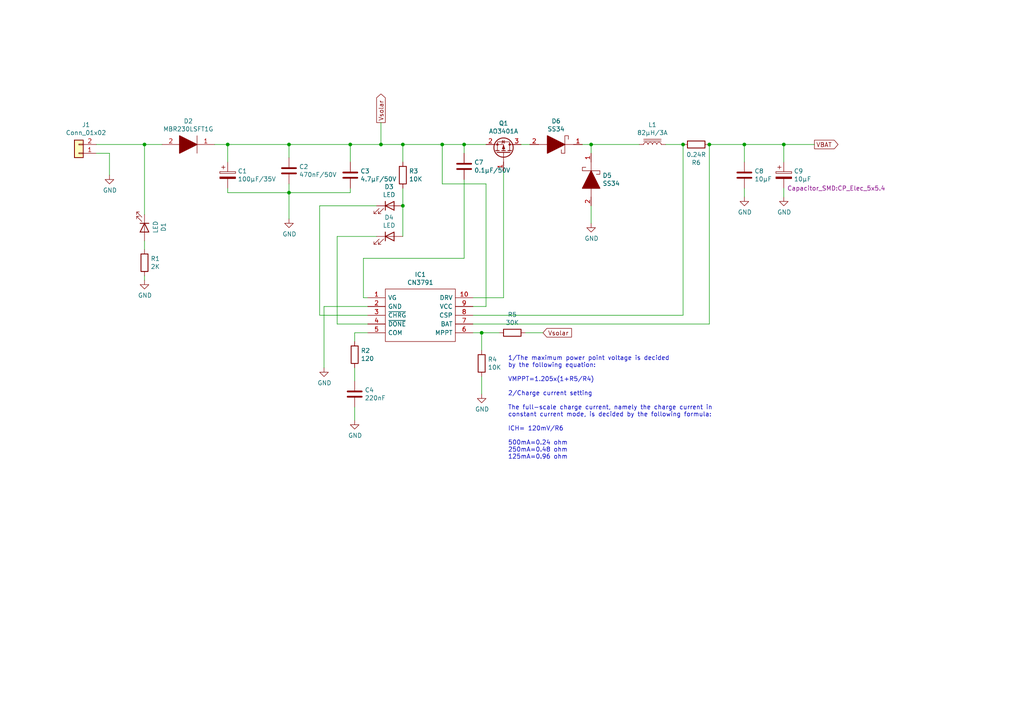
<source format=kicad_sch>
(kicad_sch (version 20211123) (generator eeschema)
  (paper "A4")
  (title_block (title "Open_beehive_scale_board") (date "2022-05-16") (rev "V0.1") (company "Ratamuse"))
  (lib_symbols
    (symbol "CN3791:CN3791" (pin_names (offset 0.762))
      (property "Reference" "IC" (at 26.67 7.62 0))
      (property "Value" "CN3791" (at 26.67 5.08 0))
      (symbol "CN3791_0_0"
        (pin passive line (at 0 0 0) (length 5.08) (name "VG") (number "1"))
        (pin passive line (at 30.48 0 180) (length 5.08) (name "DRV") (number "10"))
        (pin passive line (at 0 -2.54 0) (length 5.08) (name "GND") (number "2"))
        (pin passive line (at 0 -5.08 0) (length 5.08) (name "~{CHRG}") (number "3"))
        (pin passive line (at 0 -7.62 0) (length 5.08) (name "~{DONE}") (number "4"))
        (pin passive line (at 0 -10.16 0) (length 5.08) (name "COM") (number "5"))
        (pin passive line (at 30.48 -10.16 180) (length 5.08) (name "MPPT") (number "6"))
        (pin passive line (at 30.48 -7.62 180) (length 5.08) (name "BAT") (number "7"))
        (pin passive line (at 30.48 -5.08 180) (length 5.08) (name "CSP") (number "8"))
        (pin passive line (at 30.48 -2.54 180) (length 5.08) (name "VCC") (number "9"))
      )
      (symbol "CN3791_0_1"
        (polyline (pts (xy 5.08 2.54) (xy 25.4 2.54) (xy 25.4 -12.7) (xy 5.08 -12.7) (xy 5.08 2.54)) (stroke (width 0.1524)))
      )
    )
    (symbol "Connector_Generic:Conn_01x02" (pin_names (offset 1.016) hide)
      (property "Reference" "J" (at 0 2.54 0))
      (property "Value" "Conn_01x02" (at 0 -5.08 0))
      (symbol "Conn_01x02_1_1"
        (rectangle (start -1.27 -2.413) (end 0 -2.667) (stroke (width 0.1524)))
        (rectangle (start -1.27 0.127) (end 0 -0.127) (stroke (width 0.1524)))
        (rectangle (start -1.27 1.27) (end 1.27 -3.81) (stroke (width 0.254)) (fill (type background)))
        (pin passive line (at -5.08 0 0) (length 3.81) (name "Pin_1") (number "1"))
        (pin passive line (at -5.08 -2.54 0) (length 3.81) (name "Pin_2") (number "2"))
      )
    )
    (symbol "Device:C" (pin_numbers hide) (pin_names (offset 0.254))
      (property "Reference" "C" (at 0.635 2.54 0))
      (property "Value" "C" (at 0.635 -2.54 0))
      (symbol "C_0_1"
        (polyline (pts (xy -2.032 -0.762) (xy 2.032 -0.762)) (stroke (width 0.508)))
        (polyline (pts (xy -2.032 0.762) (xy 2.032 0.762)) (stroke (width 0.508)))
      )
      (symbol "C_1_1"
        (pin passive line (at 0 3.81 270) (length 2.794) (name "~") (number "1"))
        (pin passive line (at 0 -3.81 90) (length 2.794) (name "~") (number "2"))
      )
    )
    (symbol "Device:LED" (pin_numbers hide) (pin_names (offset 1.016) hide)
      (property "Reference" "D" (at 0 2.54 0))
      (property "Value" "LED" (at 0 -2.54 0))
      (symbol "LED_0_1"
        (polyline (pts (xy -1.27 -1.27) (xy -1.27 1.27)) (stroke (width 0.254)))
        (polyline (pts (xy -1.27 0) (xy 1.27 0)))
        (polyline (pts (xy 1.27 -1.27) (xy 1.27 1.27) (xy -1.27 0) (xy 1.27 -1.27)) (stroke (width 0.254)))
        (polyline (pts (xy -3.048 -0.762) (xy -4.572 -2.286) (xy -3.81 -2.286) (xy -4.572 -2.286) (xy -4.572 -1.524)))
        (polyline (pts (xy -1.778 -0.762) (xy -3.302 -2.286) (xy -2.54 -2.286) (xy -3.302 -2.286) (xy -3.302 -1.524)))
      )
      (symbol "LED_1_1"
        (pin passive line (at -3.81 0 0) (length 2.54) (name "K") (number "1"))
        (pin passive line (at 3.81 0 180) (length 2.54) (name "A") (number "2"))
      )
    )
    (symbol "Device:R" (pin_numbers hide) (pin_names (offset 0))
      (property "Reference" "R" (at 2.032 0 90))
      (property "Value" "R" (at 0 0 90))
      (symbol "R_0_1"
        (rectangle (start -1.016 -2.54) (end 1.016 2.54) (stroke (width 0.254)))
      )
      (symbol "R_1_1"
        (pin passive line (at 0 3.81 270) (length 1.27) (name "~") (number "1"))
        (pin passive line (at 0 -3.81 90) (length 1.27) (name "~") (number "2"))
      )
    )
    (symbol "MBR230LSFT1G:MBR230LSFT1G" (pin_names (offset 0.762))
      (property "Reference" "D" (at 11.43 5.08 0))
      (property "Value" "MBR230LSFT1G" (at 11.43 2.54 0))
      (symbol "MBR230LSFT1G_0_0"
        (pin passive line (at 0 0 0) (length 5.08) (name "~") (number "1"))
        (pin passive line (at 15.24 0 180) (length 5.08) (name "~") (number "2"))
      )
      (symbol "MBR230LSFT1G_0_1"
        (polyline (pts (xy 5.08 2.54) (xy 5.08 -2.54)) (stroke (width 0.1524)))
        (polyline (pts (xy 5.08 0) (xy 10.16 2.54) (xy 10.16 -2.54) (xy 5.08 0)) (stroke (width 0.254)) (fill (type outline)))
      )
    )
    (symbol "SS34:SS34" (pin_names (offset 0.762))
      (property "Reference" "D" (at 12.7 8.89 0))
      (property "Value" "SS34" (at 12.7 6.35 0))
      (symbol "SS34_0_0"
        (pin passive line (at 2.54 0 0) (length 2.54) (name "~") (number "1"))
        (pin passive line (at 17.78 0 180) (length 2.54) (name "~") (number "2"))
      )
      (symbol "SS34_0_1"
        (polyline (pts (xy 5.08 0) (xy 7.62 0)) (stroke (width 0.1524)))
        (polyline (pts (xy 7.62 2.54) (xy 7.62 -2.54)) (stroke (width 0.1524)))
        (polyline (pts (xy 12.7 0) (xy 15.24 0)) (stroke (width 0.1524)))
        (polyline (pts (xy 7.62 -2.54) (xy 6.604 -2.54) (xy 6.604 -1.524)) (stroke (width 0.1524)))
        (polyline (pts (xy 7.62 2.54) (xy 8.636 2.54) (xy 8.636 1.524)) (stroke (width 0.1524)))
        (polyline (pts (xy 7.62 0) (xy 12.7 2.54) (xy 12.7 -2.54) (xy 7.62 0)) (stroke (width 0.254)) (fill (type outline)))
      )
    )
    (symbol "Transistor_FET:AO3401A" (pin_names hide)
      (property "Reference" "Q" (at 5.08 1.905 0))
      (property "Value" "AO3401A" (at 5.08 0 0))
      (symbol "AO3401A_0_1"
        (polyline (pts (xy 0.254 0) (xy -2.54 0)))
        (polyline (pts (xy 0.254 1.905) (xy 0.254 -1.905)) (stroke (width 0.254)))
        (polyline (pts (xy 0.762 -1.27) (xy 0.762 -2.286)) (stroke (width 0.254)))
        (polyline (pts (xy 0.762 0.508) (xy 0.762 -0.508)) (stroke (width 0.254)))
        (polyline (pts (xy 0.762 2.286) (xy 0.762 1.27)) (stroke (width 0.254)))
        (polyline (pts (xy 2.54 2.54) (xy 2.54 1.778)))
        (polyline (pts (xy 2.54 -2.54) (xy 2.54 0) (xy 0.762 0)))
        (polyline (pts (xy 0.762 1.778) (xy 3.302 1.778) (xy 3.302 -1.778) (xy 0.762 -1.778)))
        (polyline (pts (xy 2.286 0) (xy 1.27 0.381) (xy 1.27 -0.381) (xy 2.286 0)) (fill (type outline)))
        (polyline (pts (xy 2.794 -0.508) (xy 2.921 -0.381) (xy 3.683 -0.381) (xy 3.81 -0.254)))
        (polyline (pts (xy 3.302 -0.381) (xy 2.921 0.254) (xy 3.683 0.254) (xy 3.302 -0.381)))
        (circle (center 1.651 0) (radius 2.794) (stroke (width 0.254)))
        (circle (center 2.54 -1.778) (radius 0.254) (fill (type outline)))
        (circle (center 2.54 1.778) (radius 0.254) (fill (type outline)))
      )
      (symbol "AO3401A_1_1"
        (pin input line (at -5.08 0 0) (length 2.54) (name "G") (number "1"))
        (pin passive line (at 2.54 -5.08 90) (length 2.54) (name "S") (number "2"))
        (pin passive line (at 2.54 5.08 270) (length 2.54) (name "D") (number "3"))
      )
    )
    (symbol "power:GND" (power) (pin_names (offset 0))
      (property "Value" "GND" (at 0 -3.81 0))
      (symbol "GND_0_1"
        (polyline (pts (xy 0 0) (xy 0 -1.27) (xy 1.27 -1.27) (xy 0 -2.54) (xy -1.27 -1.27) (xy 0 -1.27)))
      )
      (symbol "GND_1_1"
        (pin power_in line (at 0 0 270) (length 0) hide (name "GND") (number "1"))
      )
    )
    (symbol "ruche-rescue:CP-Device" (pin_numbers hide) (pin_names (offset 0.254))
      (property "Reference" "C" (at 0.635 2.54 0))
      (property "Value" "CP-Device" (at 0.635 -2.54 0))
      (symbol "CP-Device_0_1"
        (rectangle (start -2.286 0.508) (end 2.286 1.016))
        (polyline (pts (xy -1.778 2.286) (xy -0.762 2.286)))
        (polyline (pts (xy -1.27 2.794) (xy -1.27 1.778)))
        (rectangle (start 2.286 -0.508) (end -2.286 -1.016) (fill (type outline)))
      )
      (symbol "CP-Device_1_1"
        (pin passive line (at 0 3.81 270) (length 2.794) (name "~") (number "1"))
        (pin passive line (at 0 -3.81 90) (length 2.794) (name "~") (number "2"))
      )
    )
    (symbol "ruche-rescue:L_Core_Iron-Device" (pin_numbers hide) (pin_names (offset 1.016) hide)
      (property "Reference" "L" (at -1.27 0 90))
      (property "Value" "L_Core_Iron-Device" (at 2.794 0 90))
      (symbol "L_Core_Iron-Device_0_1"
        (arc (start 0 -2.54) (mid 0.635 -1.905) (end 0 -1.27))
        (arc (start 0 -1.27) (mid 0.635 -0.635) (end 0 0))
        (polyline (pts (xy 1.016 2.54) (xy 1.016 -2.54)))
        (polyline (pts (xy 1.524 -2.54) (xy 1.524 2.54)))
        (arc (start 0 0) (mid 0.635 0.635) (end 0 1.27))
        (arc (start 0 1.27) (mid 0.635 1.905) (end 0 2.54))
      )
      (symbol "L_Core_Iron-Device_1_1"
        (pin passive line (at 0 3.81 270) (length 1.27) (name "1") (number "1"))
        (pin passive line (at 0 -3.81 90) (length 1.27) (name "2") (number "2"))
      )
    )
  )
  (junction (at 215.9 41.91))
  (junction (at 66.04 41.91))
  (junction (at 101.6 41.91))
  (junction (at 116.84 41.91))
  (junction (at 134.62 41.91))
  (junction (at 227.33 41.91))
  (junction (at 171.45 41.91))
  (junction (at 110.49 41.91))
  (junction (at 83.82 55.88))
  (junction (at 198.12 41.91))
  (junction (at 83.82 41.91))
  (junction (at 139.7 96.52))
  (junction (at 41.91 41.91))
  (junction (at 205.74 41.91))
  (junction (at 128.27 41.91))
  (junction (at 116.84 59.69))
  (wire (pts (xy 83.82 55.88) (xy 83.82 63.5)))
  (wire (pts (xy 83.82 41.91) (xy 101.6 41.91)))
  (wire (pts (xy 215.9 41.91) (xy 215.9 46.99)))
  (wire (pts (xy 128.27 41.91) (xy 134.62 41.91)))
  (wire (pts (xy 134.62 44.45) (xy 134.62 41.91)))
  (wire (pts (xy 66.04 41.91) (xy 66.04 46.99)))
  (wire (pts (xy 137.16 93.98) (xy 205.74 93.98)))
  (wire (pts (xy 105.41 86.36) (xy 106.68 86.36)))
  (wire (pts (xy 92.71 91.44) (xy 106.68 91.44)))
  (wire (pts (xy 110.49 35.56) (xy 110.49 41.91)))
  (wire (pts (xy 41.91 81.28) (xy 41.91 80.01)))
  (wire (pts (xy 215.9 57.15) (xy 215.9 54.61)))
  (wire (pts (xy 134.62 41.91) (xy 140.97 41.91)))
  (wire (pts (xy 31.75 44.45) (xy 31.75 50.8)))
  (wire (pts (xy 134.62 74.93) (xy 105.41 74.93)))
  (wire (pts (xy 215.9 41.91) (xy 227.33 41.91)))
  (wire (pts (xy 137.16 96.52) (xy 139.7 96.52)))
  (wire (pts (xy 41.91 72.39) (xy 41.91 69.85)))
  (wire (pts (xy 151.13 41.91) (xy 153.67 41.91)))
  (wire (pts (xy 93.98 88.9) (xy 106.68 88.9)))
  (wire (pts (xy 83.82 53.34) (xy 83.82 55.88)))
  (wire (pts (xy 137.16 86.36) (xy 146.05 86.36)))
  (wire (pts (xy 92.71 59.69) (xy 92.71 91.44)))
  (wire (pts (xy 139.7 109.22) (xy 139.7 114.3)))
  (wire (pts (xy 193.04 41.91) (xy 198.12 41.91)))
  (wire (pts (xy 66.04 55.88) (xy 66.04 54.61)))
  (wire (pts (xy 171.45 41.91) (xy 171.45 44.45)))
  (wire (pts (xy 152.4 96.52) (xy 157.48 96.52)))
  (wire (pts (xy 101.6 41.91) (xy 101.6 46.99)))
  (wire (pts (xy 140.97 53.34) (xy 140.97 88.9)))
  (wire (pts (xy 106.68 96.52) (xy 102.87 96.52)))
  (wire (pts (xy 116.84 54.61) (xy 116.84 59.69)))
  (wire (pts (xy 105.41 74.93) (xy 105.41 86.36)))
  (wire (pts (xy 62.23 41.91) (xy 66.04 41.91)))
  (wire (pts (xy 93.98 88.9) (xy 93.98 106.68)))
  (wire (pts (xy 205.74 41.91) (xy 205.74 93.98)))
  (wire (pts (xy 227.33 54.61) (xy 227.33 57.15)))
  (wire (pts (xy 27.94 41.91) (xy 41.91 41.91)))
  (wire (pts (xy 140.97 53.34) (xy 128.27 53.34)))
  (wire (pts (xy 116.84 59.69) (xy 116.84 68.58)))
  (wire (pts (xy 101.6 55.88) (xy 101.6 54.61)))
  (wire (pts (xy 171.45 41.91) (xy 185.42 41.91)))
  (wire (pts (xy 139.7 96.52) (xy 144.78 96.52)))
  (wire (pts (xy 146.05 49.53) (xy 146.05 86.36)))
  (wire (pts (xy 227.33 41.91) (xy 236.22 41.91)))
  (wire (pts (xy 41.91 41.91) (xy 46.99 41.91)))
  (wire (pts (xy 110.49 41.91) (xy 116.84 41.91)))
  (wire (pts (xy 102.87 106.68) (xy 102.87 110.49)))
  (wire (pts (xy 139.7 96.52) (xy 139.7 101.6)))
  (wire (pts (xy 109.22 59.69) (xy 92.71 59.69)))
  (wire (pts (xy 41.91 41.91) (xy 41.91 62.23)))
  (wire (pts (xy 116.84 41.91) (xy 116.84 46.99)))
  (wire (pts (xy 66.04 41.91) (xy 83.82 41.91)))
  (wire (pts (xy 168.91 41.91) (xy 171.45 41.91)))
  (wire (pts (xy 27.94 44.45) (xy 31.75 44.45)))
  (wire (pts (xy 171.45 59.69) (xy 171.45 64.77)))
  (wire (pts (xy 116.84 41.91) (xy 128.27 41.91)))
  (wire (pts (xy 227.33 41.91) (xy 227.33 46.99)))
  (wire (pts (xy 83.82 55.88) (xy 101.6 55.88)))
  (wire (pts (xy 83.82 41.91) (xy 83.82 45.72)))
  (wire (pts (xy 97.79 68.58) (xy 97.79 93.98)))
  (wire (pts (xy 109.22 68.58) (xy 97.79 68.58)))
  (wire (pts (xy 101.6 41.91) (xy 110.49 41.91)))
  (wire (pts (xy 205.74 41.91) (xy 215.9 41.91)))
  (wire (pts (xy 66.04 55.88) (xy 83.82 55.88)))
  (wire (pts (xy 134.62 52.07) (xy 134.62 74.93)))
  (wire (pts (xy 128.27 53.34) (xy 128.27 41.91)))
  (wire (pts (xy 102.87 121.92) (xy 102.87 118.11)))
  (wire (pts (xy 102.87 96.52) (xy 102.87 99.06)))
  (wire (pts (xy 97.79 93.98) (xy 106.68 93.98)))
  (wire (pts (xy 137.16 88.9) (xy 140.97 88.9)))
  (wire (pts (xy 198.12 41.91) (xy 198.12 91.44)))
  (wire (pts (xy 198.12 91.44) (xy 137.16 91.44)))
  (text "1/The maximum power point voltage is decided\nby the following equation:\n\nVMPPT=1.205x(1+R5/R4)\n\n2/Charge current setting\n\nThe full-scale charge current, namely the charge current in \nconstant current mode, is decided by the following formula:\n\nICH= 120mV/R6\n\n500mA=0.24 ohm\n250mA=0.48 ohm\n125mA=0.96 ohm" (at 147.32 133.35 0) (effects (font (size 1.27 1.27)) (justify left bottom)))
  (global_label "Vsolar" (shape output) (at 110.49 35.56 90) (property "Intersheet References" "${INTERSHEET_REFS}" (effects hide)))
  (global_label "Vsolar" (shape input) (at 157.48 96.52 0) (property "Intersheet References" "${INTERSHEET_REFS}" (effects hide)))
  (global_label "VBAT" (shape output) (at 236.22 41.91 0) (property "Intersheet References" "${INTERSHEET_REFS}" (effects hide)))
  (symbol (lib_id "Connector_Generic:Conn_01x02") (at 22.86 44.45 180) (unit 1)
    (property "Reference" "J1" (at 24.9428 36.195 0))
    (property "Value" "Conn_01x02" (at 24.9428 38.5064 0))
    (property "Footprint" "Empreintes:SHDR2W90P0X500_1X2_1060X980X1380P" (effects hide))
  )
  (symbol (lib_id "Device:R") (at 102.87 102.87 0) (unit 1)
    (property "Reference" "R2" (at 104.648 101.7016 0) (effects (justify left)))
    (property "Value" "120" (at 104.648 104.013 0) (effects (justify left)))
    (property "Footprint" "Resistor_SMD:R_0603_1608Metric" (effects hide))
  )
  (symbol (lib_id "power:GND") (at 83.82 63.5 0) (unit 1)
    (property "Reference" "#PWR0132" (effects hide))
    (property "Value" "GND" (at 83.947 67.8942 0))
  )
  (symbol (lib_id "Device:LED") (at 41.91 66.04 270) (unit 1)
    (property "Reference" "D1" (at 47.4218 65.8622 0))
    (property "Value" "LED" (at 45.1104 65.8622 0))
    (property "Footprint" "LED_SMD:LED_0603_1608Metric_Castellated" (effects hide))
  )
  (symbol (lib_id "Device:R") (at 41.91 76.2 0) (unit 1)
    (property "Reference" "R1" (at 43.688 75.0316 0) (effects (justify left)))
    (property "Value" "2K" (at 43.688 77.343 0) (effects (justify left)))
    (property "Footprint" "Resistor_SMD:R_0603_1608Metric" (effects hide))
  )
  (symbol (lib_id "ruche-rescue:CP-Device") (at 66.04 50.8 0) (unit 1)
    (property "Reference" "C1" (at 68.961 49.6316 0) (effects (justify left)))
    (property "Value" "100µF/35V" (at 68.961 51.943 0) (effects (justify left)))
    (property "Footprint" "Capacitor_SMD:CP_Elec_6.3x7.7" (effects hide))
  )
  (symbol (lib_id "CN3791:CN3791") (at 106.68 86.36 0) (unit 1)
    (property "Reference" "IC1" (at 121.92 79.629 0))
    (property "Value" "CN3791" (at 121.92 81.9404 0))
    (property "Footprint" "Empreintes:SOP100P600X175-10N" (effects hide))
    (property "Datasheet" "http://www.consonance-elec.com/pdf/datasheet/DSE-CN3791.pdf" (effects hide))
    (property "Description" "ic" (effects hide))
    (property "Height" "1.75" (effects hide))
    (property "Manufacturer_Name" "Consonance" (effects hide))
    (property "Manufacturer_Part_Number" "CN3791" (effects hide))
  )
  (symbol (lib_id "Device:R") (at 116.84 50.8 0) (unit 1)
    (property "Reference" "R3" (at 118.618 49.6316 0) (effects (justify left)))
    (property "Value" "10K" (at 118.618 51.943 0) (effects (justify left)))
    (property "Footprint" "Resistor_SMD:R_0603_1608Metric" (effects hide))
  )
  (symbol (lib_id "Device:C") (at 134.62 48.26 0) (unit 1)
    (property "Reference" "C7" (at 137.541 47.0916 0) (effects (justify left)))
    (property "Value" "0.1µF/50V" (at 137.541 49.403 0) (effects (justify left)))
    (property "Footprint" "Capacitor_SMD:C_0603_1608Metric" (effects hide))
  )
  (symbol (lib_id "power:GND") (at 93.98 106.68 0) (unit 1)
    (property "Reference" "#PWR0130" (effects hide))
    (property "Value" "GND" (at 94.107 111.0742 0))
  )
  (symbol (lib_id "power:GND") (at 102.87 121.92 0) (unit 1)
    (property "Reference" "#PWR0131" (effects hide))
    (property "Value" "GND" (at 102.997 126.3142 0))
  )
  (symbol (lib_id "Device:R") (at 148.59 96.52 270) (unit 1)
    (property "Reference" "R5" (at 148.59 91.2622 90))
    (property "Value" "30K" (at 148.59 93.5736 90))
    (property "Footprint" "Resistor_SMD:R_0603_1608Metric" (effects hide))
  )
  (symbol (lib_id "SS34:SS34") (at 171.45 41.91 180) (unit 1)
    (property "Reference" "D6" (at 161.29 35.1282 0))
    (property "Value" "SS34" (at 161.29 37.4396 0))
    (property "Footprint" "Empreintes:DIOM8059X256N" (effects hide))
    (property "Datasheet" "https://componentsearchengine.com/Datasheets/2/SS34.pdf" (effects hide))
    (property "Description" "ON Semi SS34 SMT Schottky Diode, 40V 3A, 2-Pin DO-214AB" (effects hide))
    (property "Height" "2.56" (effects hide))
    (property "Manufacturer_Name" "ON Semiconductor" (effects hide))
    (property "Manufacturer_Part_Number" "SS34" (effects hide))
    (property "Mouser Part Number" "512-SS34" (effects hide))
    (property "Mouser Price/Stock" "https://www.mouser.co.uk/ProductDetail/ON-Semiconductor-Fairchild/SS34?qs=2ONuHmP%2FXzb3ub11UdFfdQ%3D%3D" (effects hide))
    (property "Arrow Part Number" "SS34" (effects hide))
    (property "Arrow Price/Stock" "https://www.arrow.com/en/products/ss34/on-semiconductor" (effects hide))
  )
  (symbol (lib_id "Device:C") (at 215.9 50.8 0) (unit 1)
    (property "Reference" "C8" (at 218.821 49.6316 0) (effects (justify left)))
    (property "Value" "10µF" (at 218.821 51.943 0) (effects (justify left)))
    (property "Footprint" "Capacitor_SMD:C_0805_2012Metric" (effects hide))
  )
  (symbol (lib_id "Device:LED") (at 113.03 68.58 0) (unit 1)
    (property "Reference" "D4" (at 112.8522 63.0682 0))
    (property "Value" "LED" (at 112.8522 65.3796 0))
    (property "Footprint" "LED_SMD:LED_0603_1608Metric_Castellated" (effects hide))
  )
  (symbol (lib_id "power:GND") (at 139.7 114.3 0) (unit 1)
    (property "Reference" "#PWR0136" (effects hide))
    (property "Value" "GND" (at 139.827 118.6942 0))
  )
  (symbol (lib_id "Device:LED") (at 113.03 59.69 0) (unit 1)
    (property "Reference" "D3" (at 112.8522 54.1782 0))
    (property "Value" "LED" (at 112.8522 56.4896 0))
    (property "Footprint" "LED_SMD:LED_0603_1608Metric_Castellated" (effects hide))
  )
  (symbol (lib_id "Device:C") (at 101.6 50.8 0) (unit 1)
    (property "Reference" "C3" (at 104.521 49.6316 0) (effects (justify left)))
    (property "Value" "4.7µF/50V" (at 104.521 51.943 0) (effects (justify left)))
    (property "Footprint" "Capacitor_SMD:C_0805_2012Metric" (effects hide))
  )
  (symbol (lib_id "Device:R") (at 139.7 105.41 0) (unit 1)
    (property "Reference" "R4" (at 141.478 104.2416 0) (effects (justify left)))
    (property "Value" "10K" (at 141.478 106.553 0) (effects (justify left)))
    (property "Footprint" "Resistor_SMD:R_0603_1608Metric" (effects hide))
  )
  (symbol (lib_id "Device:C") (at 102.87 114.3 0) (unit 1)
    (property "Reference" "C4" (at 105.791 113.1316 0) (effects (justify left)))
    (property "Value" "220nF" (at 105.791 115.443 0) (effects (justify left)))
    (property "Footprint" "Capacitor_SMD:C_0603_1608Metric" (effects hide))
  )
  (symbol (lib_id "MBR230LSFT1G:MBR230LSFT1G") (at 62.23 41.91 180) (unit 1)
    (property "Reference" "D2" (at 54.61 35.1282 0))
    (property "Value" "MBR230LSFT1G" (at 54.61 37.4396 0))
    (property "Footprint" "Empreintes:SODFL3616X98N" (effects hide))
    (property "Datasheet" "http://www.onsemi.com/pub/Collateral/MBR230LSFT1-D.PDF" (effects hide))
    (property "Description" "Diode Schottky 30V 2A SOD123FL ON Semiconductor MBR230LSFT1G Schottky Diode, 2A, 30V, 2-Pin SOD-123FL" (effects hide))
    (property "Height" "0.98" (effects hide))
    (property "Manufacturer_Name" "ON Semiconductor" (effects hide))
    (property "Manufacturer_Part_Number" "MBR230LSFT1G" (effects hide))
    (property "Mouser Part Number" "863-MBR230LSFT1G" (effects hide))
    (property "Mouser Price/Stock" "https://www.mouser.co.uk/ProductDetail/ON-Semiconductor/MBR230LSFT1G/?qs=Jh7l0IbPjid1ZBeNXVj%2FnA%3D%3D" (effects hide))
    (property "Arrow Part Number" "MBR230LSFT1G" (effects hide))
    (property "Arrow Price/Stock" "https://www.arrow.com/en/products/mbr230lsft1g/on-semiconductor" (effects hide))
  )
  (symbol (lib_id "Device:R") (at 201.93 41.91 90) (unit 1)
    (property "Reference" "R6" (at 201.93 47.1678 90))
    (property "Value" "0.24R" (at 201.93 44.8564 90))
    (property "Footprint" "Resistor_SMD:R_2512_6332Metric" (effects hide))
  )
  (symbol (lib_id "power:GND") (at 215.9 57.15 0) (unit 1)
    (property "Reference" "#PWR0134" (effects hide))
    (property "Value" "GND" (at 216.027 61.5442 0))
  )
  (symbol (lib_id "power:GND") (at 171.45 64.77 0) (unit 1)
    (property "Reference" "#PWR0133" (effects hide))
    (property "Value" "GND" (at 171.577 69.1642 0))
  )
  (symbol (lib_id "power:GND") (at 227.33 57.15 0) (unit 1)
    (property "Reference" "#PWR0135" (effects hide))
    (property "Value" "GND" (at 227.457 61.5442 0))
  )
  (symbol (lib_id "power:GND") (at 31.75 50.8 0) (unit 1)
    (property "Reference" "#PWR0129" (effects hide))
    (property "Value" "GND" (at 31.877 55.1942 0))
  )
  (symbol (lib_id "ruche-rescue:CP-Device") (at 227.33 50.8 0) (unit 1)
    (property "Reference" "C9" (at 230.251 49.6316 0) (effects (justify left)))
    (property "Value" "10µF" (at 230.251 51.943 0) (effects (justify left)))
    (property "Footprint" "Capacitor_SMD:CP_Elec_5x5.4" (at 228.2952 54.61 0) (effects (justify left)))
  )
  (symbol (lib_id "Transistor_FET:AO3401A") (at 146.05 44.45 270) (mirror x) (unit 1)
    (property "Reference" "Q1" (at 146.05 35.7632 90))
    (property "Value" "AO3401A" (at 146.05 38.0746 90))
    (property "Footprint" "Package_TO_SOT_SMD:SOT-23" (effects hide))
    (property "Datasheet" "http://www.aosmd.com/pdfs/datasheet/AO3401A.pdf" (effects hide))
  )
  (symbol (lib_id "ruche-rescue:L_Core_Iron-Device") (at 189.23 41.91 90) (unit 1)
    (property "Reference" "L1" (at 189.23 36.195 90))
    (property "Value" "82µH/3A" (at 189.23 38.5064 90))
    (property "Footprint" "Empreintes:INDPM138126X700N" (effects hide))
  )
  (symbol (lib_id "SS34:SS34") (at 171.45 41.91 270) (unit 1)
    (property "Reference" "D5" (at 174.752 50.9016 90) (effects (justify left)))
    (property "Value" "SS34" (at 174.752 53.213 90) (effects (justify left)))
    (property "Footprint" "Empreintes:DIOM8059X256N" (effects hide))
    (property "Datasheet" "https://componentsearchengine.com/Datasheets/2/SS34.pdf" (effects hide))
    (property "Description" "ON Semi SS34 SMT Schottky Diode, 40V 3A, 2-Pin DO-214AB" (effects hide))
    (property "Height" "2.56" (effects hide))
    (property "Manufacturer_Name" "ON Semiconductor" (effects hide))
    (property "Manufacturer_Part_Number" "SS34" (effects hide))
    (property "Mouser Part Number" "512-SS34" (effects hide))
    (property "Mouser Price/Stock" "https://www.mouser.co.uk/ProductDetail/ON-Semiconductor-Fairchild/SS34?qs=2ONuHmP%2FXzb3ub11UdFfdQ%3D%3D" (effects hide))
    (property "Arrow Part Number" "SS34" (effects hide))
    (property "Arrow Price/Stock" "https://www.arrow.com/en/products/ss34/on-semiconductor" (effects hide))
  )
  (symbol (lib_id "Device:C") (at 83.82 49.53 0) (unit 1)
    (property "Reference" "C2" (at 86.741 48.3616 0) (effects (justify left)))
    (property "Value" "470nF/50V" (at 86.741 50.673 0) (effects (justify left)))
    (property "Footprint" "Capacitor_SMD:C_0603_1608Metric" (effects hide))
  )
  (symbol (lib_id "power:GND") (at 41.91 81.28 0) (unit 1)
    (property "Reference" "#PWR0204" (effects hide))
    (property "Value" "GND" (at 42.037 85.6742 0))
  )
)
</source>
